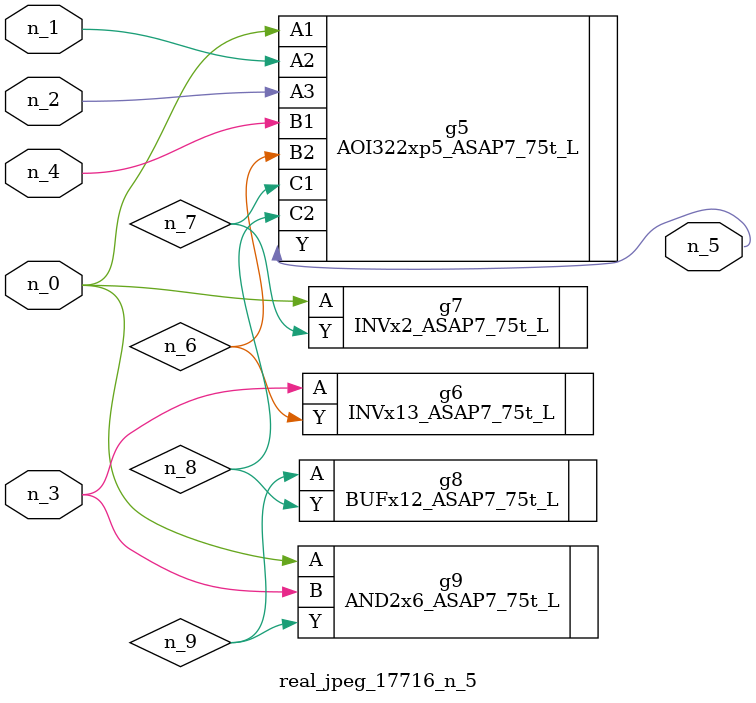
<source format=v>
module real_jpeg_17716_n_5 (n_4, n_0, n_1, n_2, n_3, n_5);

input n_4;
input n_0;
input n_1;
input n_2;
input n_3;

output n_5;

wire n_8;
wire n_6;
wire n_7;
wire n_9;

AOI322xp5_ASAP7_75t_L g5 ( 
.A1(n_0),
.A2(n_1),
.A3(n_2),
.B1(n_4),
.B2(n_6),
.C1(n_7),
.C2(n_8),
.Y(n_5)
);

INVx2_ASAP7_75t_L g7 ( 
.A(n_0),
.Y(n_7)
);

AND2x6_ASAP7_75t_L g9 ( 
.A(n_0),
.B(n_3),
.Y(n_9)
);

INVx13_ASAP7_75t_L g6 ( 
.A(n_3),
.Y(n_6)
);

BUFx12_ASAP7_75t_L g8 ( 
.A(n_9),
.Y(n_8)
);


endmodule
</source>
